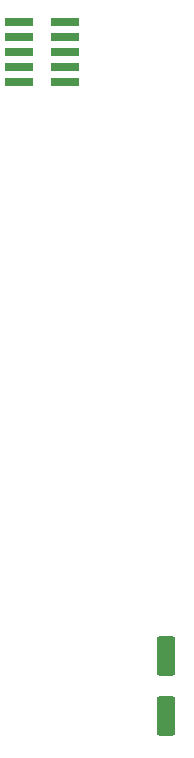
<source format=gbp>
G04 #@! TF.GenerationSoftware,KiCad,Pcbnew,5.1.10-1.fc34*
G04 #@! TF.CreationDate,2021-07-05T17:18:35-07:00*
G04 #@! TF.ProjectId,prius_gen2,70726975-735f-4676-956e-322e6b696361,rev?*
G04 #@! TF.SameCoordinates,Original*
G04 #@! TF.FileFunction,Paste,Bot*
G04 #@! TF.FilePolarity,Positive*
%FSLAX46Y46*%
G04 Gerber Fmt 4.6, Leading zero omitted, Abs format (unit mm)*
G04 Created by KiCad (PCBNEW 5.1.10-1.fc34) date 2021-07-05 17:18:35*
%MOMM*%
%LPD*%
G01*
G04 APERTURE LIST*
%ADD10R,2.400000X0.740000*%
G04 APERTURE END LIST*
D10*
X130635500Y-67189500D03*
X126735500Y-67189500D03*
X130635500Y-68459500D03*
X126735500Y-68459500D03*
X130635500Y-69729500D03*
X126735500Y-69729500D03*
X130635500Y-70999500D03*
X126735500Y-70999500D03*
X130635500Y-72269500D03*
X126735500Y-72269500D03*
G36*
G01*
X138650000Y-124275000D02*
X139750000Y-124275000D01*
G75*
G02*
X140000000Y-124525000I0J-250000D01*
G01*
X140000000Y-127350000D01*
G75*
G02*
X139750000Y-127600000I-250000J0D01*
G01*
X138650000Y-127600000D01*
G75*
G02*
X138400000Y-127350000I0J250000D01*
G01*
X138400000Y-124525000D01*
G75*
G02*
X138650000Y-124275000I250000J0D01*
G01*
G37*
G36*
G01*
X138650000Y-119200000D02*
X139750000Y-119200000D01*
G75*
G02*
X140000000Y-119450000I0J-250000D01*
G01*
X140000000Y-122275000D01*
G75*
G02*
X139750000Y-122525000I-250000J0D01*
G01*
X138650000Y-122525000D01*
G75*
G02*
X138400000Y-122275000I0J250000D01*
G01*
X138400000Y-119450000D01*
G75*
G02*
X138650000Y-119200000I250000J0D01*
G01*
G37*
M02*

</source>
